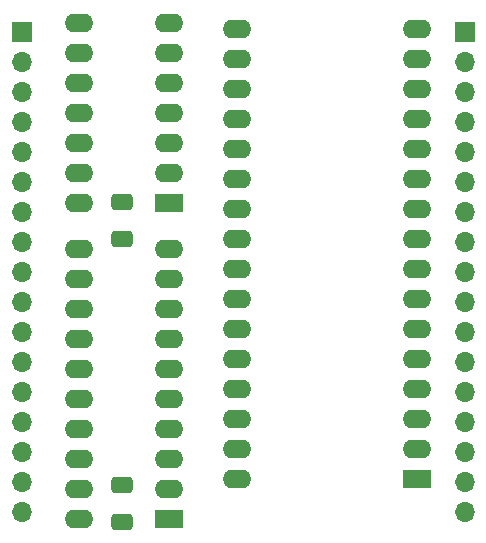
<source format=gbr>
%TF.GenerationSoftware,KiCad,Pcbnew,7.0.10*%
%TF.CreationDate,2024-02-06T22:12:15+01:00*%
%TF.ProjectId,16M2164_Ersatz_SRAM,31364d32-3136-4345-9f45-727361747a5f,1*%
%TF.SameCoordinates,Original*%
%TF.FileFunction,Soldermask,Bot*%
%TF.FilePolarity,Negative*%
%FSLAX46Y46*%
G04 Gerber Fmt 4.6, Leading zero omitted, Abs format (unit mm)*
G04 Created by KiCad (PCBNEW 7.0.10) date 2024-02-06 22:12:15*
%MOMM*%
%LPD*%
G01*
G04 APERTURE LIST*
G04 Aperture macros list*
%AMRoundRect*
0 Rectangle with rounded corners*
0 $1 Rounding radius*
0 $2 $3 $4 $5 $6 $7 $8 $9 X,Y pos of 4 corners*
0 Add a 4 corners polygon primitive as box body*
4,1,4,$2,$3,$4,$5,$6,$7,$8,$9,$2,$3,0*
0 Add four circle primitives for the rounded corners*
1,1,$1+$1,$2,$3*
1,1,$1+$1,$4,$5*
1,1,$1+$1,$6,$7*
1,1,$1+$1,$8,$9*
0 Add four rect primitives between the rounded corners*
20,1,$1+$1,$2,$3,$4,$5,0*
20,1,$1+$1,$4,$5,$6,$7,0*
20,1,$1+$1,$6,$7,$8,$9,0*
20,1,$1+$1,$8,$9,$2,$3,0*%
G04 Aperture macros list end*
%ADD10R,2.400000X1.600000*%
%ADD11O,2.400000X1.600000*%
%ADD12R,1.700000X1.700000*%
%ADD13O,1.700000X1.700000*%
%ADD14RoundRect,0.250000X-0.650000X0.412500X-0.650000X-0.412500X0.650000X-0.412500X0.650000X0.412500X0*%
G04 APERTURE END LIST*
D10*
%TO.C,U3*%
X186000000Y-122400000D03*
D11*
X186000000Y-119860000D03*
X186000000Y-117320000D03*
X186000000Y-114780000D03*
X186000000Y-112240000D03*
X186000000Y-109700000D03*
X186000000Y-107160000D03*
X186000000Y-104620000D03*
X186000000Y-102080000D03*
X186000000Y-99540000D03*
X186000000Y-97000000D03*
X186000000Y-94460000D03*
X186000000Y-91920000D03*
X186000000Y-89380000D03*
X186000000Y-86840000D03*
X186000000Y-84300000D03*
X170760000Y-84300000D03*
X170760000Y-86840000D03*
X170760000Y-89380000D03*
X170760000Y-91920000D03*
X170760000Y-94460000D03*
X170760000Y-97000000D03*
X170760000Y-99540000D03*
X170760000Y-102080000D03*
X170760000Y-104620000D03*
X170760000Y-107160000D03*
X170760000Y-109700000D03*
X170760000Y-112240000D03*
X170760000Y-114780000D03*
X170760000Y-117320000D03*
X170760000Y-119860000D03*
X170760000Y-122400000D03*
%TD*%
D10*
%TO.C,U2*%
X165000000Y-125780000D03*
D11*
X165000000Y-123240000D03*
X165000000Y-120700000D03*
X165000000Y-118160000D03*
X165000000Y-115620000D03*
X165000000Y-113080000D03*
X165000000Y-110540000D03*
X165000000Y-108000000D03*
X165000000Y-105460000D03*
X165000000Y-102920000D03*
X157380000Y-102920000D03*
X157380000Y-105460000D03*
X157380000Y-108000000D03*
X157380000Y-110540000D03*
X157380000Y-113080000D03*
X157380000Y-115620000D03*
X157380000Y-118160000D03*
X157380000Y-120700000D03*
X157380000Y-123240000D03*
X157380000Y-125780000D03*
%TD*%
D10*
%TO.C,U1*%
X165000000Y-99000000D03*
D11*
X165000000Y-96460000D03*
X165000000Y-93920000D03*
X165000000Y-91380000D03*
X165000000Y-88840000D03*
X165000000Y-86300000D03*
X165000000Y-83760000D03*
X157380000Y-83760000D03*
X157380000Y-86300000D03*
X157380000Y-88840000D03*
X157380000Y-91380000D03*
X157380000Y-93920000D03*
X157380000Y-96460000D03*
X157380000Y-99000000D03*
%TD*%
D12*
%TO.C,J2*%
X190000000Y-84580000D03*
D13*
X190000000Y-87120000D03*
X190000000Y-89660000D03*
X190000000Y-92200000D03*
X190000000Y-94740000D03*
X190000000Y-97280000D03*
X190000000Y-99820000D03*
X190000000Y-102360000D03*
X190000000Y-104900000D03*
X190000000Y-107440000D03*
X190000000Y-109980000D03*
X190000000Y-112520000D03*
X190000000Y-115060000D03*
X190000000Y-117600000D03*
X190000000Y-120140000D03*
X190000000Y-122680000D03*
X190000000Y-125220000D03*
%TD*%
D12*
%TO.C,J1*%
X152500000Y-84580000D03*
D13*
X152500000Y-87120000D03*
X152500000Y-89660000D03*
X152500000Y-92200000D03*
X152500000Y-94740000D03*
X152500000Y-97280000D03*
X152500000Y-99820000D03*
X152500000Y-102360000D03*
X152500000Y-104900000D03*
X152500000Y-107440000D03*
X152500000Y-109980000D03*
X152500000Y-112520000D03*
X152500000Y-115060000D03*
X152500000Y-117600000D03*
X152500000Y-120140000D03*
X152500000Y-122680000D03*
X152500000Y-125220000D03*
%TD*%
D14*
%TO.C,C2*%
X161000000Y-122937500D03*
X161000000Y-126062500D03*
%TD*%
%TO.C,C1*%
X161000000Y-98937500D03*
X161000000Y-102062500D03*
%TD*%
M02*

</source>
